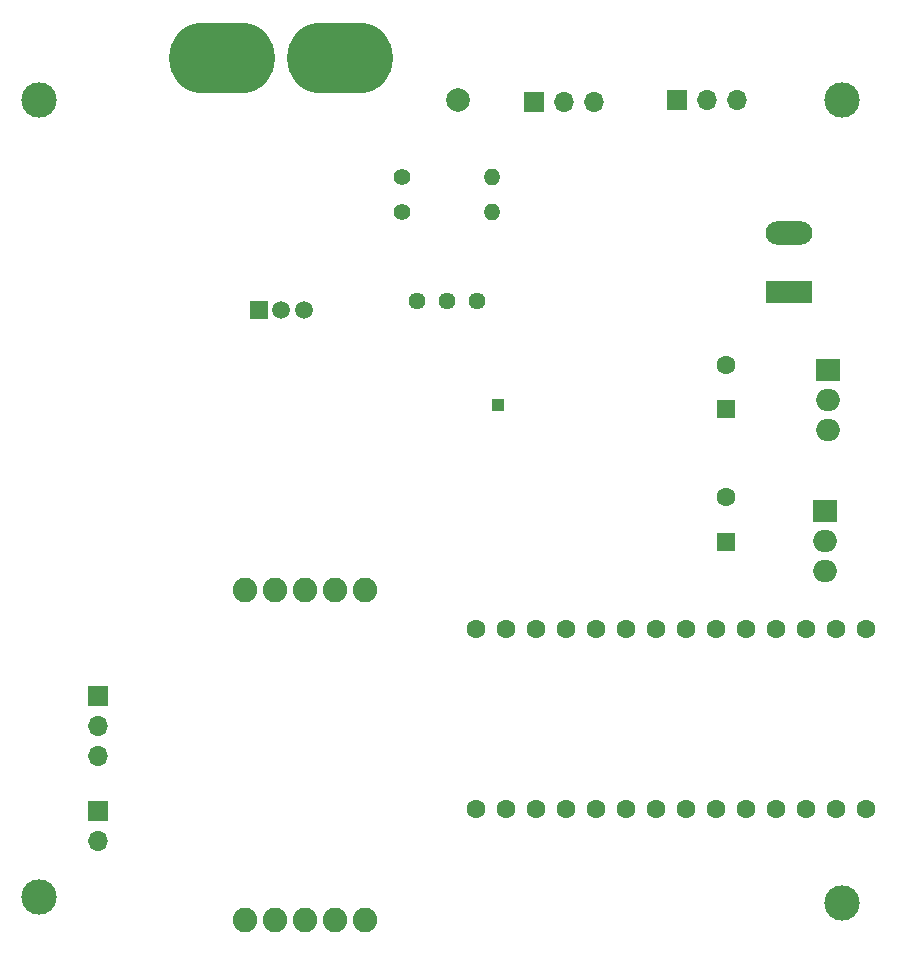
<source format=gbr>
%TF.GenerationSoftware,KiCad,Pcbnew,8.0.6*%
%TF.CreationDate,2024-10-30T13:43:03-04:00*%
%TF.ProjectId,Propulsion PCB,50726f70-756c-4736-996f-6e205043422e,3*%
%TF.SameCoordinates,Original*%
%TF.FileFunction,Soldermask,Bot*%
%TF.FilePolarity,Negative*%
%FSLAX46Y46*%
G04 Gerber Fmt 4.6, Leading zero omitted, Abs format (unit mm)*
G04 Created by KiCad (PCBNEW 8.0.6) date 2024-10-30 13:43:03*
%MOMM*%
%LPD*%
G01*
G04 APERTURE LIST*
G04 Aperture macros list*
%AMHorizOval*
0 Thick line with rounded ends*
0 $1 width*
0 $2 $3 position (X,Y) of the first rounded end (center of the circle)*
0 $4 $5 position (X,Y) of the second rounded end (center of the circle)*
0 Add line between two ends*
20,1,$1,$2,$3,$4,$5,0*
0 Add two circle primitives to create the rounded ends*
1,1,$1,$2,$3*
1,1,$1,$4,$5*%
G04 Aperture macros list end*
%ADD10C,2.083600*%
%ADD11C,1.600000*%
%ADD12C,3.000000*%
%ADD13C,1.400000*%
%ADD14O,1.400000X1.400000*%
%ADD15R,1.600000X1.600000*%
%ADD16R,1.700000X1.700000*%
%ADD17O,1.700000X1.700000*%
%ADD18C,2.000000*%
%ADD19R,2.000000X1.905000*%
%ADD20O,2.000000X1.905000*%
%ADD21R,1.000000X1.000000*%
%ADD22R,1.500000X1.500000*%
%ADD23C,1.500000*%
%ADD24HorizOval,0.800000X0.000000X0.000000X0.000000X0.000000X0*%
%ADD25HorizOval,0.800000X0.000000X0.000000X0.000000X0.000000X0*%
%ADD26C,0.800000*%
%ADD27O,9.000000X6.000000*%
%ADD28R,3.960000X1.980000*%
%ADD29O,3.960000X1.980000*%
%ADD30C,1.440000*%
G04 APERTURE END LIST*
D10*
%TO.C,ADC*%
X205420000Y-160940000D03*
X207960000Y-160940000D03*
X210500000Y-160940000D03*
X213040000Y-160940000D03*
X215580000Y-160940000D03*
X215580000Y-133000000D03*
X213040000Y-133000000D03*
X210500000Y-133000000D03*
X207960000Y-133000000D03*
X205420000Y-133000000D03*
%TD*%
D11*
%TO.C,Teensy 4.0*%
X258040000Y-136300000D03*
X255500000Y-136300000D03*
X252960000Y-136300000D03*
X250420000Y-136300000D03*
X247880000Y-136300000D03*
X245340000Y-136300000D03*
X242800000Y-136300000D03*
X240260000Y-136300000D03*
X237720000Y-136300000D03*
X235180000Y-136300000D03*
X232640000Y-136300000D03*
X230100000Y-136300000D03*
X227560000Y-136300000D03*
X225020000Y-136300000D03*
X225020000Y-151540000D03*
X227560000Y-151540000D03*
X230100000Y-151540000D03*
X232640000Y-151540000D03*
X235180000Y-151540000D03*
X237720000Y-151540000D03*
X240260000Y-151540000D03*
X242800000Y-151540000D03*
X245340000Y-151540000D03*
X247880000Y-151540000D03*
X250420000Y-151540000D03*
X252960000Y-151540000D03*
X255500000Y-151540000D03*
X258040000Y-151540000D03*
%TD*%
D12*
%TO.C,H2*%
X256000000Y-91500000D03*
%TD*%
D13*
%TO.C,500K*%
X218690000Y-98000000D03*
D14*
X226310000Y-98000000D03*
%TD*%
D15*
%TO.C,C2*%
X246140000Y-128920000D03*
D11*
X246140000Y-125120000D03*
%TD*%
D16*
%TO.C,ESC 5V In*%
X229945000Y-91651700D03*
D17*
X232485000Y-91651700D03*
X235025000Y-91651700D03*
%TD*%
D15*
%TO.C,C1*%
X246140000Y-117722700D03*
D11*
X246140000Y-113922700D03*
%TD*%
D18*
%TO.C,BATT-*%
X223500000Y-91500000D03*
%TD*%
D19*
%TO.C,3.3V Regulator*%
X254825000Y-114380000D03*
D20*
X254825000Y-116920000D03*
X254825000Y-119460000D03*
%TD*%
D21*
%TO.C,TP3*%
X226833300Y-117333300D03*
%TD*%
D12*
%TO.C,H3*%
X256000000Y-159500000D03*
%TD*%
D16*
%TO.C,ESC Output*%
X241975000Y-91500000D03*
D17*
X244515000Y-91500000D03*
X247055000Y-91500000D03*
%TD*%
D12*
%TO.C,H1*%
X188000000Y-91500000D03*
%TD*%
D19*
%TO.C,5V Regulator*%
X254520000Y-126340000D03*
D20*
X254520000Y-128880000D03*
X254520000Y-131420000D03*
%TD*%
D22*
%TO.C,U5*%
X206600000Y-109325000D03*
D23*
X208510000Y-109325000D03*
X210420000Y-109325000D03*
D24*
X209560000Y-87295000D03*
D25*
X209560000Y-88555000D03*
D26*
X210310000Y-86265000D03*
X210310000Y-89585000D03*
X211510000Y-85875000D03*
X211510000Y-89975000D03*
X212840000Y-85875000D03*
X212840000Y-89975000D03*
D27*
X213510000Y-87925000D03*
D26*
X214180000Y-85875000D03*
X214180000Y-89975000D03*
X215510000Y-85875000D03*
X215510000Y-89975000D03*
X216710000Y-86265000D03*
X216710000Y-89585000D03*
X217460000Y-87295000D03*
X217460000Y-88555000D03*
X199560000Y-87295000D03*
X199560000Y-88555000D03*
X200310000Y-86265000D03*
X200310000Y-89585000D03*
X201510000Y-85875000D03*
X201510000Y-89975000D03*
X202840000Y-85875000D03*
X202840000Y-89975000D03*
D27*
X203510000Y-87925000D03*
D26*
X204180000Y-85875000D03*
X204180000Y-89975000D03*
X205510000Y-85875000D03*
X205510000Y-89975000D03*
X206710000Y-86265000D03*
X206710000Y-89585000D03*
D25*
X207460000Y-87295000D03*
D24*
X207460000Y-88555000D03*
%TD*%
D13*
%TO.C,500K*%
X218690000Y-101000000D03*
D14*
X226310000Y-101000000D03*
%TD*%
D16*
%TO.C,IR_Rx*%
X193000000Y-141960000D03*
D17*
X193000000Y-144500000D03*
X193000000Y-147040000D03*
%TD*%
D28*
%TO.C,J2*%
X251520000Y-107815000D03*
D29*
X251520000Y-102815000D03*
%TD*%
D12*
%TO.C,H4*%
X188000000Y-159000000D03*
%TD*%
D30*
%TO.C,Potentiometer*%
X225040000Y-108500000D03*
X222500000Y-108500000D03*
X219960000Y-108500000D03*
%TD*%
D16*
%TO.C,IR_Tx*%
X193000000Y-151725000D03*
D17*
X193000000Y-154265000D03*
%TD*%
M02*

</source>
